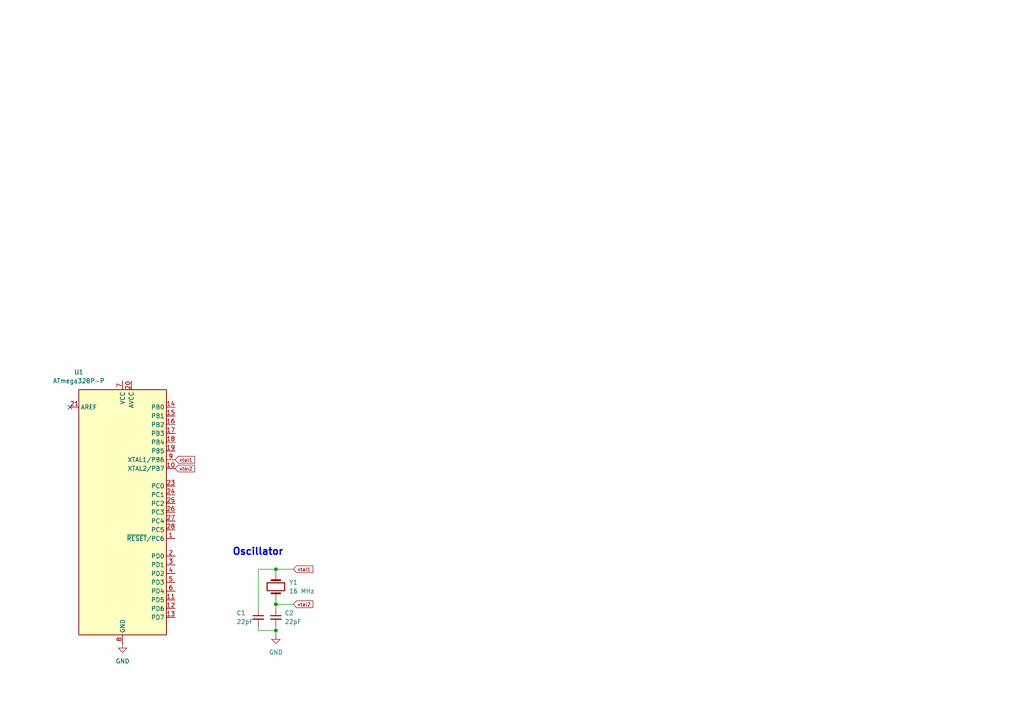
<source format=kicad_sch>
(kicad_sch (version 20211123) (generator eeschema)

  (uuid 13f5f2b9-b962-4bdf-b30d-3e3df364069c)

  (paper "A4")

  (lib_symbols
    (symbol "Device:C_Small" (pin_numbers hide) (pin_names (offset 0.254) hide) (in_bom yes) (on_board yes)
      (property "Reference" "C" (id 0) (at 0.254 1.778 0)
        (effects (font (size 1.27 1.27)) (justify left))
      )
      (property "Value" "C_Small" (id 1) (at 0.254 -2.032 0)
        (effects (font (size 1.27 1.27)) (justify left))
      )
      (property "Footprint" "" (id 2) (at 0 0 0)
        (effects (font (size 1.27 1.27)) hide)
      )
      (property "Datasheet" "~" (id 3) (at 0 0 0)
        (effects (font (size 1.27 1.27)) hide)
      )
      (property "ki_keywords" "capacitor cap" (id 4) (at 0 0 0)
        (effects (font (size 1.27 1.27)) hide)
      )
      (property "ki_description" "Unpolarized capacitor, small symbol" (id 5) (at 0 0 0)
        (effects (font (size 1.27 1.27)) hide)
      )
      (property "ki_fp_filters" "C_*" (id 6) (at 0 0 0)
        (effects (font (size 1.27 1.27)) hide)
      )
      (symbol "C_Small_0_1"
        (polyline
          (pts
            (xy -1.524 -0.508)
            (xy 1.524 -0.508)
          )
          (stroke (width 0.3302) (type default) (color 0 0 0 0))
          (fill (type none))
        )
        (polyline
          (pts
            (xy -1.524 0.508)
            (xy 1.524 0.508)
          )
          (stroke (width 0.3048) (type default) (color 0 0 0 0))
          (fill (type none))
        )
      )
      (symbol "C_Small_1_1"
        (pin passive line (at 0 2.54 270) (length 2.032)
          (name "~" (effects (font (size 1.27 1.27))))
          (number "1" (effects (font (size 1.27 1.27))))
        )
        (pin passive line (at 0 -2.54 90) (length 2.032)
          (name "~" (effects (font (size 1.27 1.27))))
          (number "2" (effects (font (size 1.27 1.27))))
        )
      )
    )
    (symbol "Device:Crystal" (pin_numbers hide) (pin_names (offset 1.016) hide) (in_bom yes) (on_board yes)
      (property "Reference" "Y" (id 0) (at 0 3.81 0)
        (effects (font (size 1.27 1.27)))
      )
      (property "Value" "Crystal" (id 1) (at 0 -3.81 0)
        (effects (font (size 1.27 1.27)))
      )
      (property "Footprint" "" (id 2) (at 0 0 0)
        (effects (font (size 1.27 1.27)) hide)
      )
      (property "Datasheet" "~" (id 3) (at 0 0 0)
        (effects (font (size 1.27 1.27)) hide)
      )
      (property "ki_keywords" "quartz ceramic resonator oscillator" (id 4) (at 0 0 0)
        (effects (font (size 1.27 1.27)) hide)
      )
      (property "ki_description" "Two pin crystal" (id 5) (at 0 0 0)
        (effects (font (size 1.27 1.27)) hide)
      )
      (property "ki_fp_filters" "Crystal*" (id 6) (at 0 0 0)
        (effects (font (size 1.27 1.27)) hide)
      )
      (symbol "Crystal_0_1"
        (rectangle (start -1.143 2.54) (end 1.143 -2.54)
          (stroke (width 0.3048) (type default) (color 0 0 0 0))
          (fill (type none))
        )
        (polyline
          (pts
            (xy -2.54 0)
            (xy -1.905 0)
          )
          (stroke (width 0) (type default) (color 0 0 0 0))
          (fill (type none))
        )
        (polyline
          (pts
            (xy -1.905 -1.27)
            (xy -1.905 1.27)
          )
          (stroke (width 0.508) (type default) (color 0 0 0 0))
          (fill (type none))
        )
        (polyline
          (pts
            (xy 1.905 -1.27)
            (xy 1.905 1.27)
          )
          (stroke (width 0.508) (type default) (color 0 0 0 0))
          (fill (type none))
        )
        (polyline
          (pts
            (xy 2.54 0)
            (xy 1.905 0)
          )
          (stroke (width 0) (type default) (color 0 0 0 0))
          (fill (type none))
        )
      )
      (symbol "Crystal_1_1"
        (pin passive line (at -3.81 0 0) (length 1.27)
          (name "1" (effects (font (size 1.27 1.27))))
          (number "1" (effects (font (size 1.27 1.27))))
        )
        (pin passive line (at 3.81 0 180) (length 1.27)
          (name "2" (effects (font (size 1.27 1.27))))
          (number "2" (effects (font (size 1.27 1.27))))
        )
      )
    )
    (symbol "MCU_Microchip_ATmega:ATmega328P-P" (in_bom yes) (on_board yes)
      (property "Reference" "U" (id 0) (at -12.7 36.83 0)
        (effects (font (size 1.27 1.27)) (justify left bottom))
      )
      (property "Value" "ATmega328P-P" (id 1) (at 2.54 -36.83 0)
        (effects (font (size 1.27 1.27)) (justify left top))
      )
      (property "Footprint" "Package_DIP:DIP-28_W7.62mm" (id 2) (at 0 0 0)
        (effects (font (size 1.27 1.27) italic) hide)
      )
      (property "Datasheet" "http://ww1.microchip.com/downloads/en/DeviceDoc/ATmega328_P%20AVR%20MCU%20with%20picoPower%20Technology%20Data%20Sheet%2040001984A.pdf" (id 3) (at 0 0 0)
        (effects (font (size 1.27 1.27)) hide)
      )
      (property "ki_keywords" "AVR 8bit Microcontroller MegaAVR PicoPower" (id 4) (at 0 0 0)
        (effects (font (size 1.27 1.27)) hide)
      )
      (property "ki_description" "20MHz, 32kB Flash, 2kB SRAM, 1kB EEPROM, DIP-28" (id 5) (at 0 0 0)
        (effects (font (size 1.27 1.27)) hide)
      )
      (property "ki_fp_filters" "DIP*W7.62mm*" (id 6) (at 0 0 0)
        (effects (font (size 1.27 1.27)) hide)
      )
      (symbol "ATmega328P-P_0_1"
        (rectangle (start -12.7 -35.56) (end 12.7 35.56)
          (stroke (width 0.254) (type default) (color 0 0 0 0))
          (fill (type background))
        )
      )
      (symbol "ATmega328P-P_1_1"
        (pin bidirectional line (at 15.24 -7.62 180) (length 2.54)
          (name "~{RESET}/PC6" (effects (font (size 1.27 1.27))))
          (number "1" (effects (font (size 1.27 1.27))))
        )
        (pin bidirectional line (at 15.24 12.7 180) (length 2.54)
          (name "XTAL2/PB7" (effects (font (size 1.27 1.27))))
          (number "10" (effects (font (size 1.27 1.27))))
        )
        (pin bidirectional line (at 15.24 -25.4 180) (length 2.54)
          (name "PD5" (effects (font (size 1.27 1.27))))
          (number "11" (effects (font (size 1.27 1.27))))
        )
        (pin bidirectional line (at 15.24 -27.94 180) (length 2.54)
          (name "PD6" (effects (font (size 1.27 1.27))))
          (number "12" (effects (font (size 1.27 1.27))))
        )
        (pin bidirectional line (at 15.24 -30.48 180) (length 2.54)
          (name "PD7" (effects (font (size 1.27 1.27))))
          (number "13" (effects (font (size 1.27 1.27))))
        )
        (pin bidirectional line (at 15.24 30.48 180) (length 2.54)
          (name "PB0" (effects (font (size 1.27 1.27))))
          (number "14" (effects (font (size 1.27 1.27))))
        )
        (pin bidirectional line (at 15.24 27.94 180) (length 2.54)
          (name "PB1" (effects (font (size 1.27 1.27))))
          (number "15" (effects (font (size 1.27 1.27))))
        )
        (pin bidirectional line (at 15.24 25.4 180) (length 2.54)
          (name "PB2" (effects (font (size 1.27 1.27))))
          (number "16" (effects (font (size 1.27 1.27))))
        )
        (pin bidirectional line (at 15.24 22.86 180) (length 2.54)
          (name "PB3" (effects (font (size 1.27 1.27))))
          (number "17" (effects (font (size 1.27 1.27))))
        )
        (pin bidirectional line (at 15.24 20.32 180) (length 2.54)
          (name "PB4" (effects (font (size 1.27 1.27))))
          (number "18" (effects (font (size 1.27 1.27))))
        )
        (pin bidirectional line (at 15.24 17.78 180) (length 2.54)
          (name "PB5" (effects (font (size 1.27 1.27))))
          (number "19" (effects (font (size 1.27 1.27))))
        )
        (pin bidirectional line (at 15.24 -12.7 180) (length 2.54)
          (name "PD0" (effects (font (size 1.27 1.27))))
          (number "2" (effects (font (size 1.27 1.27))))
        )
        (pin power_in line (at 2.54 38.1 270) (length 2.54)
          (name "AVCC" (effects (font (size 1.27 1.27))))
          (number "20" (effects (font (size 1.27 1.27))))
        )
        (pin passive line (at -15.24 30.48 0) (length 2.54)
          (name "AREF" (effects (font (size 1.27 1.27))))
          (number "21" (effects (font (size 1.27 1.27))))
        )
        (pin passive line (at 0 -38.1 90) (length 2.54) hide
          (name "GND" (effects (font (size 1.27 1.27))))
          (number "22" (effects (font (size 1.27 1.27))))
        )
        (pin bidirectional line (at 15.24 7.62 180) (length 2.54)
          (name "PC0" (effects (font (size 1.27 1.27))))
          (number "23" (effects (font (size 1.27 1.27))))
        )
        (pin bidirectional line (at 15.24 5.08 180) (length 2.54)
          (name "PC1" (effects (font (size 1.27 1.27))))
          (number "24" (effects (font (size 1.27 1.27))))
        )
        (pin bidirectional line (at 15.24 2.54 180) (length 2.54)
          (name "PC2" (effects (font (size 1.27 1.27))))
          (number "25" (effects (font (size 1.27 1.27))))
        )
        (pin bidirectional line (at 15.24 0 180) (length 2.54)
          (name "PC3" (effects (font (size 1.27 1.27))))
          (number "26" (effects (font (size 1.27 1.27))))
        )
        (pin bidirectional line (at 15.24 -2.54 180) (length 2.54)
          (name "PC4" (effects (font (size 1.27 1.27))))
          (number "27" (effects (font (size 1.27 1.27))))
        )
        (pin bidirectional line (at 15.24 -5.08 180) (length 2.54)
          (name "PC5" (effects (font (size 1.27 1.27))))
          (number "28" (effects (font (size 1.27 1.27))))
        )
        (pin bidirectional line (at 15.24 -15.24 180) (length 2.54)
          (name "PD1" (effects (font (size 1.27 1.27))))
          (number "3" (effects (font (size 1.27 1.27))))
        )
        (pin bidirectional line (at 15.24 -17.78 180) (length 2.54)
          (name "PD2" (effects (font (size 1.27 1.27))))
          (number "4" (effects (font (size 1.27 1.27))))
        )
        (pin bidirectional line (at 15.24 -20.32 180) (length 2.54)
          (name "PD3" (effects (font (size 1.27 1.27))))
          (number "5" (effects (font (size 1.27 1.27))))
        )
        (pin bidirectional line (at 15.24 -22.86 180) (length 2.54)
          (name "PD4" (effects (font (size 1.27 1.27))))
          (number "6" (effects (font (size 1.27 1.27))))
        )
        (pin power_in line (at 0 38.1 270) (length 2.54)
          (name "VCC" (effects (font (size 1.27 1.27))))
          (number "7" (effects (font (size 1.27 1.27))))
        )
        (pin power_in line (at 0 -38.1 90) (length 2.54)
          (name "GND" (effects (font (size 1.27 1.27))))
          (number "8" (effects (font (size 1.27 1.27))))
        )
        (pin bidirectional line (at 15.24 15.24 180) (length 2.54)
          (name "XTAL1/PB6" (effects (font (size 1.27 1.27))))
          (number "9" (effects (font (size 1.27 1.27))))
        )
      )
    )
    (symbol "power:GND" (power) (pin_names (offset 0)) (in_bom yes) (on_board yes)
      (property "Reference" "#PWR" (id 0) (at 0 -6.35 0)
        (effects (font (size 1.27 1.27)) hide)
      )
      (property "Value" "GND" (id 1) (at 0 -3.81 0)
        (effects (font (size 1.27 1.27)))
      )
      (property "Footprint" "" (id 2) (at 0 0 0)
        (effects (font (size 1.27 1.27)) hide)
      )
      (property "Datasheet" "" (id 3) (at 0 0 0)
        (effects (font (size 1.27 1.27)) hide)
      )
      (property "ki_keywords" "power-flag" (id 4) (at 0 0 0)
        (effects (font (size 1.27 1.27)) hide)
      )
      (property "ki_description" "Power symbol creates a global label with name \"GND\" , ground" (id 5) (at 0 0 0)
        (effects (font (size 1.27 1.27)) hide)
      )
      (symbol "GND_0_1"
        (polyline
          (pts
            (xy 0 0)
            (xy 0 -1.27)
            (xy 1.27 -1.27)
            (xy 0 -2.54)
            (xy -1.27 -1.27)
            (xy 0 -1.27)
          )
          (stroke (width 0) (type default) (color 0 0 0 0))
          (fill (type none))
        )
      )
      (symbol "GND_1_1"
        (pin power_in line (at 0 0 270) (length 0) hide
          (name "GND" (effects (font (size 1.27 1.27))))
          (number "1" (effects (font (size 1.27 1.27))))
        )
      )
    )
  )

  (junction (at 80.01 165.1) (diameter 0) (color 0 0 0 0)
    (uuid 3a4a51bd-126c-4ee8-a988-2eb9840d6b0e)
  )
  (junction (at 80.01 182.88) (diameter 0) (color 0 0 0 0)
    (uuid 7272452b-c722-4c15-abfc-8ee29842c008)
  )
  (junction (at 80.01 175.26) (diameter 0) (color 0 0 0 0)
    (uuid ba264176-783f-4bce-a220-e4b791f359a6)
  )

  (no_connect (at 20.32 118.11) (uuid 873ccc75-a298-41f4-8cc3-e2440c04f2c2))

  (wire (pts (xy 85.09 165.1) (xy 80.01 165.1))
    (stroke (width 0) (type default) (color 0 0 0 0))
    (uuid 11103eed-d13a-4bb3-b973-a5da995081ec)
  )
  (wire (pts (xy 74.93 181.61) (xy 74.93 182.88))
    (stroke (width 0) (type default) (color 0 0 0 0))
    (uuid 155e97ca-0bd9-401d-93c5-32909813838c)
  )
  (wire (pts (xy 80.01 165.1) (xy 80.01 166.37))
    (stroke (width 0) (type default) (color 0 0 0 0))
    (uuid 1db2d6f3-5f49-4f46-a392-088894251da9)
  )
  (wire (pts (xy 80.01 175.26) (xy 85.09 175.26))
    (stroke (width 0) (type default) (color 0 0 0 0))
    (uuid 22805fe6-c789-437d-bc53-3a782bedbfa4)
  )
  (wire (pts (xy 80.01 175.26) (xy 80.01 176.53))
    (stroke (width 0) (type default) (color 0 0 0 0))
    (uuid 394a4fb2-37b5-4ff8-bd27-ee339909f7d0)
  )
  (wire (pts (xy 80.01 182.88) (xy 80.01 184.15))
    (stroke (width 0) (type default) (color 0 0 0 0))
    (uuid 52216ef3-8548-484c-b078-238730e2715a)
  )
  (wire (pts (xy 74.93 165.1) (xy 74.93 176.53))
    (stroke (width 0) (type default) (color 0 0 0 0))
    (uuid 59ba99b5-3878-4ab9-a3c3-73ff54767729)
  )
  (wire (pts (xy 80.01 175.26) (xy 80.01 173.99))
    (stroke (width 0) (type default) (color 0 0 0 0))
    (uuid a69aedee-0da1-4283-8bf8-67af9f6a4bae)
  )
  (wire (pts (xy 74.93 165.1) (xy 80.01 165.1))
    (stroke (width 0) (type default) (color 0 0 0 0))
    (uuid b493e04f-12c1-44b4-82aa-d3b948a47d9f)
  )
  (wire (pts (xy 80.01 181.61) (xy 80.01 182.88))
    (stroke (width 0) (type default) (color 0 0 0 0))
    (uuid bfe490de-b2eb-46cc-97da-079b0a35ef48)
  )
  (wire (pts (xy 74.93 182.88) (xy 80.01 182.88))
    (stroke (width 0) (type default) (color 0 0 0 0))
    (uuid dd4a2dd0-c968-4759-bcb5-60b69b77dd85)
  )

  (text "발진회로" (at 74.93 154.94 0)
    (effects (font (size 1.27 1.27)) (justify left bottom))
    (uuid 9adb5ad3-b9b0-4ebe-9340-f12d4fc987e9)
  )
  (text "Oscillator" (at 67.31 161.29 0)
    (effects (font (size 2 2) (thickness 0.4) bold) (justify left bottom))
    (uuid d2a909d6-fb9d-4128-b1c3-a0f39a470483)
  )

  (global_label "xtal2" (shape input) (at 50.8 135.89 0) (fields_autoplaced)
    (effects (font (size 1 1)) (justify left))
    (uuid 89257943-ac17-4d19-a269-c9df20eeabb5)
    (property "Intersheet References" "${INTERSHEET_REFS}" (id 0) (at 56.4619 135.8275 0)
      (effects (font (size 1 1)) (justify left) hide)
    )
  )
  (global_label "xtal2" (shape input) (at 85.09 175.26 0) (fields_autoplaced)
    (effects (font (size 1 1)) (justify left))
    (uuid 8b4432c2-79c5-4a73-9644-7d41601e7589)
    (property "Intersheet References" "${INTERSHEET_REFS}" (id 0) (at 90.7519 175.1975 0)
      (effects (font (size 1 1)) (justify left) hide)
    )
  )
  (global_label "xtal1" (shape input) (at 85.09 165.1 0) (fields_autoplaced)
    (effects (font (size 1 1)) (justify left))
    (uuid ec8d2298-c2bf-4fac-9016-1ddf546ea18c)
    (property "Intersheet References" "${INTERSHEET_REFS}" (id 0) (at 90.7519 165.0375 0)
      (effects (font (size 1 1)) (justify left) hide)
    )
  )
  (global_label "xtal1" (shape input) (at 50.8 133.35 0) (fields_autoplaced)
    (effects (font (size 1 1)) (justify left))
    (uuid f0da5281-9ba3-4b10-aecc-e2dc37fcb077)
    (property "Intersheet References" "${INTERSHEET_REFS}" (id 0) (at 56.4619 133.2875 0)
      (effects (font (size 1 1)) (justify left) hide)
    )
  )

  (symbol (lib_id "Device:C_Small") (at 74.93 179.07 0) (unit 1)
    (in_bom yes) (on_board yes)
    (uuid 24216b76-9317-4acf-b8be-19f29f897fe8)
    (property "Reference" "C1" (id 0) (at 68.58 177.8 0)
      (effects (font (size 1.27 1.27)) (justify left))
    )
    (property "Value" "22pF" (id 1) (at 68.58 180.34 0)
      (effects (font (size 1.27 1.27)) (justify left))
    )
    (property "Footprint" "" (id 2) (at 74.93 179.07 0)
      (effects (font (size 1.27 1.27)) hide)
    )
    (property "Datasheet" "~" (id 3) (at 74.93 179.07 0)
      (effects (font (size 1.27 1.27)) hide)
    )
    (pin "1" (uuid 5080b30d-7b4b-4218-8773-429556030445))
    (pin "2" (uuid 089fb9e0-3579-4a80-a7ac-57a55694170b))
  )

  (symbol (lib_id "power:GND") (at 35.56 186.69 0) (unit 1)
    (in_bom yes) (on_board yes) (fields_autoplaced)
    (uuid 2b550e1c-486d-4b24-938e-eef22acd13d2)
    (property "Reference" "#PWR01" (id 0) (at 35.56 193.04 0)
      (effects (font (size 1.27 1.27)) hide)
    )
    (property "Value" "GND" (id 1) (at 35.56 191.77 0))
    (property "Footprint" "" (id 2) (at 35.56 186.69 0)
      (effects (font (size 1.27 1.27)) hide)
    )
    (property "Datasheet" "" (id 3) (at 35.56 186.69 0)
      (effects (font (size 1.27 1.27)) hide)
    )
    (pin "1" (uuid 0e94b807-7567-413c-bdc3-3b42c8b49799))
  )

  (symbol (lib_id "Device:C_Small") (at 80.01 179.07 0) (unit 1)
    (in_bom yes) (on_board yes) (fields_autoplaced)
    (uuid 483bbce9-f8cc-4652-8ad4-1fcda0c1c803)
    (property "Reference" "C2" (id 0) (at 82.55 177.8062 0)
      (effects (font (size 1.27 1.27)) (justify left))
    )
    (property "Value" "22pF" (id 1) (at 82.55 180.3462 0)
      (effects (font (size 1.27 1.27)) (justify left))
    )
    (property "Footprint" "" (id 2) (at 80.01 179.07 0)
      (effects (font (size 1.27 1.27)) hide)
    )
    (property "Datasheet" "~" (id 3) (at 80.01 179.07 0)
      (effects (font (size 1.27 1.27)) hide)
    )
    (pin "1" (uuid b0ab8f11-dfc5-4569-983c-aba8c7b21932))
    (pin "2" (uuid 312ae9a3-c00a-4d39-95d1-57f8f389a894))
  )

  (symbol (lib_id "Device:Crystal") (at 80.01 170.18 90) (unit 1)
    (in_bom yes) (on_board yes) (fields_autoplaced)
    (uuid 54bd4ee0-7d16-4cdf-965e-99d5c8e4560b)
    (property "Reference" "Y1" (id 0) (at 83.82 168.9099 90)
      (effects (font (size 1.27 1.27)) (justify right))
    )
    (property "Value" "16 MHz" (id 1) (at 83.82 171.4499 90)
      (effects (font (size 1.27 1.27)) (justify right))
    )
    (property "Footprint" "" (id 2) (at 80.01 170.18 0)
      (effects (font (size 1.27 1.27)) hide)
    )
    (property "Datasheet" "~" (id 3) (at 80.01 170.18 0)
      (effects (font (size 1.27 1.27)) hide)
    )
    (pin "1" (uuid f3562571-3846-4b8c-af66-0829aa2e2a6e))
    (pin "2" (uuid 5646e87c-eac8-4359-9dac-b0211343d609))
  )

  (symbol (lib_id "power:GND") (at 80.01 184.15 0) (unit 1)
    (in_bom yes) (on_board yes) (fields_autoplaced)
    (uuid 7e25601e-5f96-4a71-88fb-a810f9640b63)
    (property "Reference" "#PWR02" (id 0) (at 80.01 190.5 0)
      (effects (font (size 1.27 1.27)) hide)
    )
    (property "Value" "GND" (id 1) (at 80.01 189.23 0))
    (property "Footprint" "" (id 2) (at 80.01 184.15 0)
      (effects (font (size 1.27 1.27)) hide)
    )
    (property "Datasheet" "" (id 3) (at 80.01 184.15 0)
      (effects (font (size 1.27 1.27)) hide)
    )
    (pin "1" (uuid 392b7641-c3a5-4a56-9320-0c018043a353))
  )

  (symbol (lib_id "MCU_Microchip_ATmega:ATmega328P-P") (at 35.56 148.59 0) (unit 1)
    (in_bom yes) (on_board yes)
    (uuid b9ae8c3c-44c9-4298-abbb-bb7043d095e8)
    (property "Reference" "U1" (id 0) (at 22.86 107.95 0))
    (property "Value" "ATmega328P-P" (id 1) (at 22.86 110.49 0))
    (property "Footprint" "Package_DIP:DIP-28_W7.62mm" (id 2) (at 35.56 148.59 0)
      (effects (font (size 1.27 1.27) italic) hide)
    )
    (property "Datasheet" "http://ww1.microchip.com/downloads/en/DeviceDoc/ATmega328_P%20AVR%20MCU%20with%20picoPower%20Technology%20Data%20Sheet%2040001984A.pdf" (id 3) (at 35.56 148.59 0)
      (effects (font (size 1.27 1.27)) hide)
    )
    (pin "1" (uuid df6c6c39-ad56-4cac-86a8-569e89834ab9))
    (pin "10" (uuid 13531770-8336-4d96-95de-e314c5c48342))
    (pin "11" (uuid 7c831d48-3eb0-439b-b153-84f7911ea9d6))
    (pin "12" (uuid efdafbc6-de66-47e4-8244-4318d6f6a725))
    (pin "13" (uuid 6747b845-8556-4369-a2de-a84e240c8add))
    (pin "14" (uuid 564fe911-4b91-45ab-82ca-d7439fe9e434))
    (pin "15" (uuid 1590f265-4c3e-40d4-a392-a1238948ea7a))
    (pin "16" (uuid 07684b53-37a7-424e-bd14-01f17c253785))
    (pin "17" (uuid b675192b-1383-400a-ae15-fa5f2e207190))
    (pin "18" (uuid dc02c1e2-370c-468b-9677-0a2c3c89a97e))
    (pin "19" (uuid fe2efed0-b2e1-471d-91a7-bec3f3548acb))
    (pin "2" (uuid ed8ca134-733f-49e6-b7c5-a12de1d8ee18))
    (pin "20" (uuid c9493a63-06bd-43dc-a021-15918be252ff))
    (pin "21" (uuid c8dcfb61-5b14-4c89-94b7-fc6fa82274f7))
    (pin "22" (uuid bcf50b64-8a4a-4ad8-b207-6c8dd81e7a20))
    (pin "23" (uuid 6ce3b060-7166-402f-9056-fd9d86aecbe5))
    (pin "24" (uuid 086005a6-66c5-4d7f-8614-c8992a9f6b20))
    (pin "25" (uuid 423d4928-70f2-451d-877e-243bdb9c7103))
    (pin "26" (uuid 6a0e047d-28e0-4eed-b9ca-e31aef216353))
    (pin "27" (uuid 99ff34c8-5d0a-4ff8-9117-f944cd82fc40))
    (pin "28" (uuid d33fcc06-0cf9-4d87-95e6-7d714fd3d2a1))
    (pin "3" (uuid e1cd7fb8-a5d8-40a3-ac5c-f5bc95d34087))
    (pin "4" (uuid bf32577b-2d44-4d34-9841-15b1e49c4e79))
    (pin "5" (uuid 9670672f-e618-446d-8985-a738b7f06cb3))
    (pin "6" (uuid f51cb0eb-ef89-4528-90a1-992a5544d316))
    (pin "7" (uuid 3adcf532-45df-4c4a-b04b-e425f5f8e81c))
    (pin "8" (uuid 6a985290-0e94-4d2c-865a-ae19444d7181))
    (pin "9" (uuid 1fe97501-e8c4-4408-896a-616621955600))
  )

  (sheet_instances
    (path "/" (page "1"))
  )

  (symbol_instances
    (path "/2b550e1c-486d-4b24-938e-eef22acd13d2"
      (reference "#PWR01") (unit 1) (value "GND") (footprint "")
    )
    (path "/7e25601e-5f96-4a71-88fb-a810f9640b63"
      (reference "#PWR02") (unit 1) (value "GND") (footprint "")
    )
    (path "/24216b76-9317-4acf-b8be-19f29f897fe8"
      (reference "C1") (unit 1) (value "22pF") (footprint "")
    )
    (path "/483bbce9-f8cc-4652-8ad4-1fcda0c1c803"
      (reference "C2") (unit 1) (value "22pF") (footprint "")
    )
    (path "/b9ae8c3c-44c9-4298-abbb-bb7043d095e8"
      (reference "U1") (unit 1) (value "ATmega328P-P") (footprint "Package_DIP:DIP-28_W7.62mm")
    )
    (path "/54bd4ee0-7d16-4cdf-965e-99d5c8e4560b"
      (reference "Y1") (unit 1) (value "16 MHz") (footprint "")
    )
  )
)

</source>
